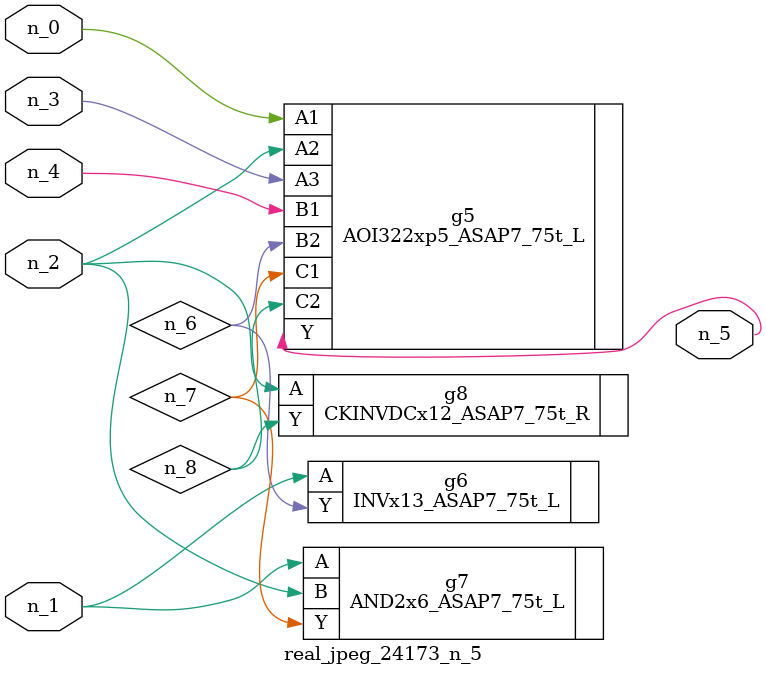
<source format=v>
module real_jpeg_24173_n_5 (n_4, n_0, n_1, n_2, n_3, n_5);

input n_4;
input n_0;
input n_1;
input n_2;
input n_3;

output n_5;

wire n_8;
wire n_6;
wire n_7;

AOI322xp5_ASAP7_75t_L g5 ( 
.A1(n_0),
.A2(n_2),
.A3(n_3),
.B1(n_4),
.B2(n_6),
.C1(n_7),
.C2(n_8),
.Y(n_5)
);

INVx13_ASAP7_75t_L g6 ( 
.A(n_1),
.Y(n_6)
);

AND2x6_ASAP7_75t_L g7 ( 
.A(n_1),
.B(n_2),
.Y(n_7)
);

CKINVDCx12_ASAP7_75t_R g8 ( 
.A(n_2),
.Y(n_8)
);


endmodule
</source>
